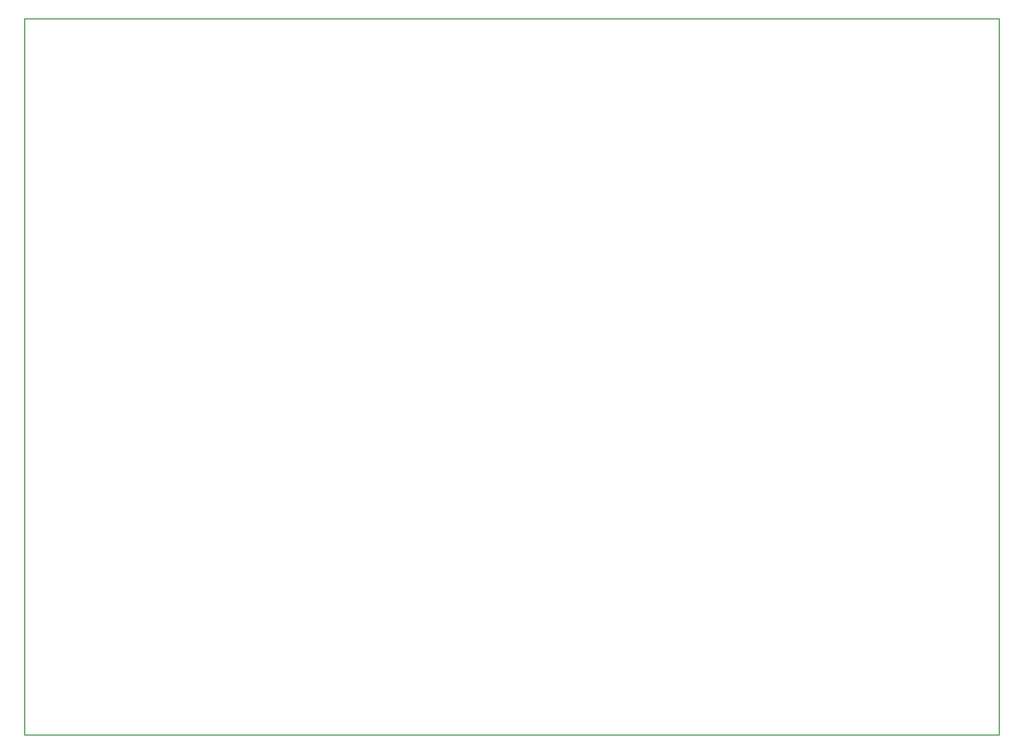
<source format=gbr>
G04 #@! TF.GenerationSoftware,KiCad,Pcbnew,(5.1.2)-1*
G04 #@! TF.CreationDate,2019-06-29T15:08:14-05:00*
G04 #@! TF.ProjectId,TPDSI_1,54504453-495f-4312-9e6b-696361645f70,1.3*
G04 #@! TF.SameCoordinates,Original*
G04 #@! TF.FileFunction,Profile,NP*
%FSLAX46Y46*%
G04 Gerber Fmt 4.6, Leading zero omitted, Abs format (unit mm)*
G04 Created by KiCad (PCBNEW (5.1.2)-1) date 2019-06-29 15:08:14*
%MOMM*%
%LPD*%
G04 APERTURE LIST*
%ADD10C,0.050000*%
G04 APERTURE END LIST*
D10*
X107000000Y-124000000D02*
X107000000Y-122460000D01*
X192000000Y-124000000D02*
X107000000Y-124000000D01*
X192000000Y-61500000D02*
X192000000Y-124000000D01*
X107000000Y-61500000D02*
X192000000Y-61500000D01*
X107000000Y-61500000D02*
X107000000Y-122460000D01*
M02*

</source>
